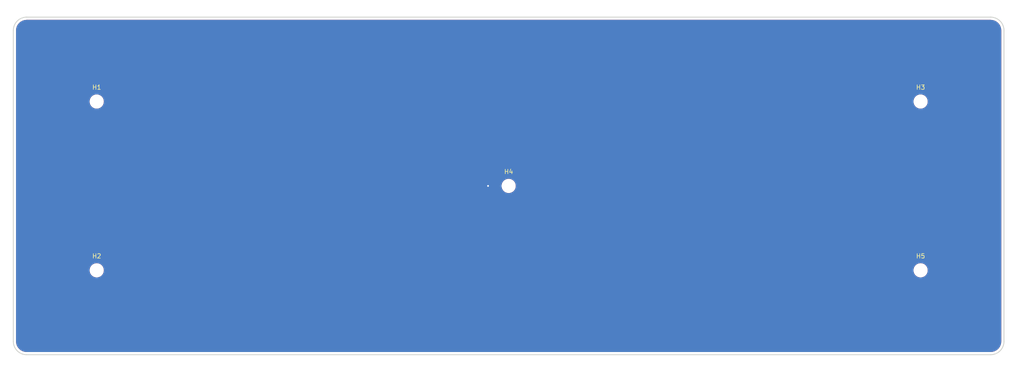
<source format=kicad_pcb>
(kicad_pcb (version 20171130) (host pcbnew 5.1.9)

  (general
    (thickness 1.6)
    (drawings 270)
    (tracks 2)
    (zones 0)
    (modules 6)
    (nets 2)
  )

  (page A4)
  (layers
    (0 F.Cu signal)
    (31 B.Cu signal)
    (32 B.Adhes user)
    (33 F.Adhes user)
    (34 B.Paste user)
    (35 F.Paste user)
    (36 B.SilkS user)
    (37 F.SilkS user)
    (38 B.Mask user)
    (39 F.Mask user)
    (40 Dwgs.User user)
    (41 Cmts.User user)
    (42 Eco1.User user)
    (43 Eco2.User user)
    (44 Edge.Cuts user)
    (45 Margin user)
    (46 B.CrtYd user)
    (47 F.CrtYd user)
    (48 B.Fab user)
    (49 F.Fab user)
  )

  (setup
    (last_trace_width 0.25)
    (trace_clearance 0.2)
    (zone_clearance 0.508)
    (zone_45_only no)
    (trace_min 0.2)
    (via_size 0.8)
    (via_drill 0.4)
    (via_min_size 0.4)
    (via_min_drill 0.3)
    (uvia_size 0.3)
    (uvia_drill 0.1)
    (uvias_allowed no)
    (uvia_min_size 0.2)
    (uvia_min_drill 0.1)
    (edge_width 0.05)
    (segment_width 0.2)
    (pcb_text_width 0.3)
    (pcb_text_size 1.5 1.5)
    (mod_edge_width 0.12)
    (mod_text_size 1 1)
    (mod_text_width 0.15)
    (pad_size 1.524 1.524)
    (pad_drill 0.762)
    (pad_to_mask_clearance 0)
    (aux_axis_origin 0 0)
    (grid_origin 56.0742 56.9278)
    (visible_elements FFFFFF7F)
    (pcbplotparams
      (layerselection 0x010f0_ffffffff)
      (usegerberextensions false)
      (usegerberattributes false)
      (usegerberadvancedattributes false)
      (creategerberjobfile false)
      (excludeedgelayer true)
      (linewidth 0.100000)
      (plotframeref false)
      (viasonmask false)
      (mode 1)
      (useauxorigin false)
      (hpglpennumber 1)
      (hpglpenspeed 20)
      (hpglpendiameter 15.000000)
      (psnegative false)
      (psa4output false)
      (plotreference true)
      (plotvalue false)
      (plotinvisibletext false)
      (padsonsilk true)
      (subtractmaskfromsilk false)
      (outputformat 1)
      (mirror false)
      (drillshape 0)
      (scaleselection 1)
      (outputdirectory "./gerbers"))
  )

  (net 0 "")
  (net 1 GND)

  (net_class Default "This is the default net class."
    (clearance 0.2)
    (trace_width 0.25)
    (via_dia 0.8)
    (via_drill 0.4)
    (uvia_dia 0.3)
    (uvia_drill 0.1)
    (add_net GND)
  )

  (module Resistor_SMD:R_0201_0603Metric (layer F.Cu) (tedit 5F68FEEE) (tstamp 605968E4)
    (at 153.4617 85.4278)
    (descr "Resistor SMD 0201 (0603 Metric), square (rectangular) end terminal, IPC_7351 nominal, (Body size source: https://www.vishay.com/docs/20052/crcw0201e3.pdf), generated with kicad-footprint-generator")
    (tags resistor)
    (path /60554895)
    (attr smd)
    (fp_text reference " " (at 0 -1.05) (layer F.SilkS)
      (effects (font (size 1 1) (thickness 0.15)))
    )
    (fp_text value R (at 0 1.05) (layer F.Fab)
      (effects (font (size 1 1) (thickness 0.15)))
    )
    (fp_line (start 0.7 0.35) (end -0.7 0.35) (layer F.CrtYd) (width 0.05))
    (fp_line (start 0.7 -0.35) (end 0.7 0.35) (layer F.CrtYd) (width 0.05))
    (fp_line (start -0.7 -0.35) (end 0.7 -0.35) (layer F.CrtYd) (width 0.05))
    (fp_line (start -0.7 0.35) (end -0.7 -0.35) (layer F.CrtYd) (width 0.05))
    (fp_line (start 0.3 0.15) (end -0.3 0.15) (layer F.Fab) (width 0.1))
    (fp_line (start 0.3 -0.15) (end 0.3 0.15) (layer F.Fab) (width 0.1))
    (fp_line (start -0.3 -0.15) (end 0.3 -0.15) (layer F.Fab) (width 0.1))
    (fp_line (start -0.3 0.15) (end -0.3 -0.15) (layer F.Fab) (width 0.1))
    (fp_text user %R (at 0 -0.68) (layer F.Fab)
      (effects (font (size 0.25 0.25) (thickness 0.04)))
    )
    (pad 2 smd roundrect (at 0.32 0) (size 0.46 0.4) (layers F.Cu F.Mask) (roundrect_rratio 0.25)
      (net 1 GND))
    (pad 1 smd roundrect (at -0.32 0) (size 0.46 0.4) (layers F.Cu F.Mask) (roundrect_rratio 0.25)
      (net 1 GND))
    (pad "" smd roundrect (at 0.345 0) (size 0.318 0.36) (layers F.Paste) (roundrect_rratio 0.25))
    (pad "" smd roundrect (at -0.345 0) (size 0.318 0.36) (layers F.Paste) (roundrect_rratio 0.25))
    (model ${KISYS3DMOD}/Resistor_SMD.3dshapes/R_0201_0603Metric.wrl
      (at (xyz 0 0 0))
      (scale (xyz 1 1 1))
      (rotate (xyz 0 0 0))
    )
  )

  (module MountingHole:MountingHole_2.2mm_M2 (layer F.Cu) (tedit 56D1B4CB) (tstamp 605968D3)
    (at 250.8492 104.4278)
    (descr "Mounting Hole 2.2mm, no annular, M2")
    (tags "mounting hole 2.2mm no annular m2")
    (path /60556879)
    (attr virtual)
    (fp_text reference H5 (at 0 -3.2) (layer F.SilkS)
      (effects (font (size 1 1) (thickness 0.15)))
    )
    (fp_text value MountingHole (at 0 3.2) (layer F.Fab)
      (effects (font (size 1 1) (thickness 0.15)))
    )
    (fp_circle (center 0 0) (end 2.45 0) (layer F.CrtYd) (width 0.05))
    (fp_circle (center 0 0) (end 2.2 0) (layer Cmts.User) (width 0.15))
    (fp_text user %R (at 0.3 0) (layer F.Fab)
      (effects (font (size 1 1) (thickness 0.15)))
    )
    (pad 1 np_thru_hole circle (at 0 0) (size 2.2 2.2) (drill 2.2) (layers *.Cu *.Mask))
  )

  (module MountingHole:MountingHole_2.2mm_M2 (layer F.Cu) (tedit 56D1B4CB) (tstamp 605968CB)
    (at 158.0992 85.4278)
    (descr "Mounting Hole 2.2mm, no annular, M2")
    (tags "mounting hole 2.2mm no annular m2")
    (path /605566D1)
    (attr virtual)
    (fp_text reference H4 (at 0 -3.2) (layer F.SilkS)
      (effects (font (size 1 1) (thickness 0.15)))
    )
    (fp_text value MountingHole (at 0 3.2) (layer F.Fab)
      (effects (font (size 1 1) (thickness 0.15)))
    )
    (fp_circle (center 0 0) (end 2.45 0) (layer F.CrtYd) (width 0.05))
    (fp_circle (center 0 0) (end 2.2 0) (layer Cmts.User) (width 0.15))
    (fp_text user %R (at 0.3 0) (layer F.Fab)
      (effects (font (size 1 1) (thickness 0.15)))
    )
    (pad 1 np_thru_hole circle (at 0 0) (size 2.2 2.2) (drill 2.2) (layers *.Cu *.Mask))
  )

  (module MountingHole:MountingHole_2.2mm_M2 (layer F.Cu) (tedit 56D1B4CB) (tstamp 605968C3)
    (at 250.8492 66.4278)
    (descr "Mounting Hole 2.2mm, no annular, M2")
    (tags "mounting hole 2.2mm no annular m2")
    (path /60556033)
    (attr virtual)
    (fp_text reference H3 (at 0 -3.2) (layer F.SilkS)
      (effects (font (size 1 1) (thickness 0.15)))
    )
    (fp_text value MountingHole (at 0 3.2) (layer F.Fab)
      (effects (font (size 1 1) (thickness 0.15)))
    )
    (fp_circle (center 0 0) (end 2.45 0) (layer F.CrtYd) (width 0.05))
    (fp_circle (center 0 0) (end 2.2 0) (layer Cmts.User) (width 0.15))
    (fp_text user %R (at 0.3 0) (layer F.Fab)
      (effects (font (size 1 1) (thickness 0.15)))
    )
    (pad 1 np_thru_hole circle (at 0 0) (size 2.2 2.2) (drill 2.2) (layers *.Cu *.Mask))
  )

  (module MountingHole:MountingHole_2.2mm_M2 (layer F.Cu) (tedit 56D1B4CB) (tstamp 605968BB)
    (at 65.3492 104.4278)
    (descr "Mounting Hole 2.2mm, no annular, M2")
    (tags "mounting hole 2.2mm no annular m2")
    (path /6055657D)
    (attr virtual)
    (fp_text reference H2 (at 0 -3.2) (layer F.SilkS)
      (effects (font (size 1 1) (thickness 0.15)))
    )
    (fp_text value MountingHole (at 0 3.2) (layer F.Fab)
      (effects (font (size 1 1) (thickness 0.15)))
    )
    (fp_circle (center 0 0) (end 2.45 0) (layer F.CrtYd) (width 0.05))
    (fp_circle (center 0 0) (end 2.2 0) (layer Cmts.User) (width 0.15))
    (fp_text user %R (at 0.3 0) (layer F.Fab)
      (effects (font (size 1 1) (thickness 0.15)))
    )
    (pad 1 np_thru_hole circle (at 0 0) (size 2.2 2.2) (drill 2.2) (layers *.Cu *.Mask))
  )

  (module MountingHole:MountingHole_2.2mm_M2 (layer F.Cu) (tedit 56D1B4CB) (tstamp 605968B3)
    (at 65.3492 66.4278)
    (descr "Mounting Hole 2.2mm, no annular, M2")
    (tags "mounting hole 2.2mm no annular m2")
    (path /605564A0)
    (attr virtual)
    (fp_text reference H1 (at 0 -3.2) (layer F.SilkS)
      (effects (font (size 1 1) (thickness 0.15)))
    )
    (fp_text value MountingHole (at 0 3.2) (layer F.Fab)
      (effects (font (size 1 1) (thickness 0.15)))
    )
    (fp_circle (center 0 0) (end 2.45 0) (layer F.CrtYd) (width 0.05))
    (fp_circle (center 0 0) (end 2.2 0) (layer Cmts.User) (width 0.15))
    (fp_text user %R (at 0.3 0) (layer F.Fab)
      (effects (font (size 1 1) (thickness 0.15)))
    )
    (pad 1 np_thru_hole circle (at 0 0) (size 2.2 2.2) (drill 2.2) (layers *.Cu *.Mask))
  )

  (gr_line (start 137.2742 82.927801) (end 137.2742 68.927801) (layer Dwgs.User) (width 0.2))
  (gr_line (start 144.2992 106.927801) (end 141.8242 106.927801) (layer Dwgs.User) (width 0.2))
  (gr_line (start 104.7242 49.927801) (end 104.7242 63.927801) (layer Dwgs.User) (width 0.2))
  (gr_line (start 123.2742 120.927801) (end 137.2742 120.927801) (layer Dwgs.User) (width 0.2))
  (gr_line (start 86.1742 87.927801) (end 86.1742 101.927801) (layer Dwgs.User) (width 0.2))
  (gr_line (start 46.574201 120.427801) (end 46.574201 50.427801) (layer Edge.Cuts) (width 0.2))
  (gr_line (start 49.5742 123.427801) (end 266.6242 123.427801) (layer Edge.Cuts) (width 0.2))
  (gr_line (start 178.9242 82.927801) (end 192.9242 82.927801) (layer Dwgs.User) (width 0.2))
  (gr_line (start 171.8992 105.477801) (end 168.2992 105.477801) (layer Dwgs.User) (width 0.2))
  (gr_line (start 197.4742 49.927801) (end 197.4742 63.927801) (layer Dwgs.User) (width 0.2))
  (gr_line (start 63.074199 68.927801) (end 49.0742 68.927801) (layer Dwgs.User) (width 0.2))
  (gr_line (start 160.3742 68.927801) (end 160.3742 82.927801) (layer Dwgs.User) (width 0.2))
  (gr_circle (center 111.7242 113.9278) (end 113.7242 113.9278) (layer Dwgs.User) (width 0.2))
  (gr_line (start 216.0242 63.927801) (end 230.0242 63.927801) (layer Dwgs.User) (width 0.2))
  (gr_line (start 141.8242 82.927801) (end 155.8242 82.927801) (layer Dwgs.User) (width 0.2))
  (gr_line (start 104.7242 106.927801) (end 104.7242 120.927801) (layer Dwgs.User) (width 0.2))
  (gr_line (start 81.6242 82.927801) (end 81.6242 68.927801) (layer Dwgs.User) (width 0.2))
  (gr_circle (center 241.5742 94.9278) (end 243.5742 94.9278) (layer Dwgs.User) (width 0.2))
  (gr_circle (center 260.1242 56.9278) (end 262.1242 56.9278) (layer Dwgs.User) (width 0.2))
  (gr_circle (center 241.5742 56.9278) (end 243.5742 56.9278) (layer Dwgs.User) (width 0.2))
  (gr_line (start 253.1242 68.927801) (end 253.1242 82.927801) (layer Dwgs.User) (width 0.2))
  (gr_circle (center 241.5742 113.9278) (end 243.5742 113.9278) (layer Dwgs.User) (width 0.2))
  (gr_line (start 123.2742 101.927801) (end 137.2742 101.927801) (layer Dwgs.User) (width 0.2))
  (gr_line (start 192.9242 63.927801) (end 192.9242 49.927801) (layer Dwgs.User) (width 0.2))
  (gr_line (start 267.1242 68.927801) (end 253.1242 68.927801) (layer Dwgs.User) (width 0.2))
  (gr_line (start 81.6242 49.927801) (end 67.6242 49.927801) (layer Dwgs.User) (width 0.2))
  (gr_line (start 63.074199 63.927801) (end 63.074199 49.927801) (layer Dwgs.User) (width 0.2))
  (gr_circle (center 148.8242 113.9278) (end 150.8242 113.9278) (layer Dwgs.User) (width 0.2))
  (gr_circle (center 241.5742 75.9278) (end 243.5742 75.9278) (layer Dwgs.User) (width 0.2))
  (gr_line (start 100.1742 101.927801) (end 100.1742 87.927801) (layer Dwgs.User) (width 0.2))
  (gr_line (start 137.2742 106.927801) (end 123.2742 106.927801) (layer Dwgs.User) (width 0.2))
  (gr_line (start 118.7242 87.927801) (end 104.7242 87.927801) (layer Dwgs.User) (width 0.2))
  (gr_line (start 174.3742 49.927801) (end 160.3742 49.927801) (layer Dwgs.User) (width 0.2))
  (gr_line (start 137.2742 120.927801) (end 137.2742 106.927801) (layer Dwgs.User) (width 0.2))
  (gr_line (start 248.5742 101.927801) (end 248.5742 87.927801) (layer Dwgs.User) (width 0.2))
  (gr_line (start 216.0242 120.927801) (end 230.0242 120.927801) (layer Dwgs.User) (width 0.2))
  (gr_circle (center 185.9242 75.9278) (end 187.9242 75.9278) (layer Dwgs.User) (width 0.2))
  (gr_arc (start 49.5742 50.427801) (end 49.5742 47.427801) (angle -90) (layer Edge.Cuts) (width 0.2))
  (gr_line (start 49.5742 47.427801) (end 266.6242 47.427801) (layer Edge.Cuts) (width 0.2))
  (gr_circle (center 130.2742 94.9278) (end 132.2742 94.9278) (layer Dwgs.User) (width 0.2))
  (gr_line (start 230.0242 101.927801) (end 230.0242 87.927801) (layer Dwgs.User) (width 0.2))
  (gr_circle (center 223.0242 113.9278) (end 225.0242 113.9278) (layer Dwgs.User) (width 0.2))
  (gr_line (start 118.7242 82.927801) (end 118.7242 68.927801) (layer Dwgs.User) (width 0.2))
  (gr_line (start 151.0992 120.927801) (end 165.0992 120.927801) (layer Dwgs.User) (width 0.2))
  (gr_circle (center 204.4742 94.9278) (end 206.4742 94.9278) (layer Dwgs.User) (width 0.2))
  (gr_line (start 248.5742 63.927801) (end 248.5742 49.927801) (layer Dwgs.User) (width 0.2))
  (gr_line (start 81.6242 63.927801) (end 81.6242 49.927801) (layer Dwgs.User) (width 0.2))
  (gr_circle (center 223.0242 75.9278) (end 225.0242 75.9278) (layer Dwgs.User) (width 0.2))
  (gr_line (start 144.2992 105.477801) (end 144.2992 110.127801) (layer Dwgs.User) (width 0.2))
  (gr_line (start 178.9242 68.927801) (end 178.9242 82.927801) (layer Dwgs.User) (width 0.2))
  (gr_line (start 155.8242 63.927801) (end 155.8242 49.927801) (layer Dwgs.User) (width 0.2))
  (gr_line (start 149.2492 110.127801) (end 147.8992 110.127801) (layer Dwgs.User) (width 0.2))
  (gr_circle (center 260.1242 75.9278) (end 262.1242 75.9278) (layer Dwgs.User) (width 0.2))
  (gr_circle (center 56.0742 94.9278) (end 58.0742 94.9278) (layer Dwgs.User) (width 0.2))
  (gr_line (start 234.5742 87.927801) (end 234.5742 101.927801) (layer Dwgs.User) (width 0.2))
  (gr_line (start 118.7242 63.927801) (end 118.7242 49.927801) (layer Dwgs.User) (width 0.2))
  (gr_line (start 234.5742 68.927801) (end 234.5742 82.927801) (layer Dwgs.User) (width 0.2))
  (gr_line (start 192.9242 87.927801) (end 178.9242 87.927801) (layer Dwgs.User) (width 0.2))
  (gr_line (start 230.0242 68.927801) (end 216.0242 68.927801) (layer Dwgs.User) (width 0.2))
  (gr_circle (center 74.624199 56.9278) (end 76.624199 56.9278) (layer Dwgs.User) (width 0.2))
  (gr_circle (center 93.1742 56.9278) (end 95.1742 56.9278) (layer Dwgs.User) (width 0.2))
  (gr_line (start 197.4742 63.927801) (end 211.4742 63.927801) (layer Dwgs.User) (width 0.2))
  (gr_line (start 63.074199 49.927801) (end 49.0742 49.927801) (layer Dwgs.User) (width 0.2))
  (gr_line (start 86.1742 68.927801) (end 86.1742 82.927801) (layer Dwgs.User) (width 0.2))
  (gr_line (start 81.6242 68.927801) (end 67.6242 68.927801) (layer Dwgs.User) (width 0.2))
  (gr_circle (center 74.624199 75.9278) (end 76.624199 75.9278) (layer Dwgs.User) (width 0.2))
  (gr_circle (center 93.1742 75.9278) (end 95.1742 75.9278) (layer Dwgs.User) (width 0.2))
  (gr_circle (center 185.9242 94.9278) (end 187.9242 94.9278) (layer Dwgs.User) (width 0.2))
  (gr_circle (center 260.1242 94.9278) (end 262.1242 94.9278) (layer Dwgs.User) (width 0.2))
  (gr_line (start 104.7242 82.927801) (end 118.7242 82.927801) (layer Dwgs.User) (width 0.2))
  (gr_line (start 81.6242 87.927801) (end 67.6242 87.927801) (layer Dwgs.User) (width 0.2))
  (gr_line (start 67.6242 120.927801) (end 81.6242 120.927801) (layer Dwgs.User) (width 0.2))
  (gr_line (start 104.7242 101.927801) (end 118.7242 101.927801) (layer Dwgs.User) (width 0.2))
  (gr_line (start 174.3742 106.927801) (end 171.8992 106.927801) (layer Dwgs.User) (width 0.2))
  (gr_line (start 178.9242 49.927801) (end 178.9242 63.927801) (layer Dwgs.User) (width 0.2))
  (gr_line (start 141.8242 63.927801) (end 155.8242 63.927801) (layer Dwgs.User) (width 0.2))
  (gr_line (start 100.1742 49.927801) (end 86.1742 49.927801) (layer Dwgs.User) (width 0.2))
  (gr_line (start 168.2992 106.927801) (end 147.8992 106.927801) (layer Dwgs.User) (width 0.2))
  (gr_line (start 197.4742 106.927801) (end 197.4742 120.927801) (layer Dwgs.User) (width 0.2))
  (gr_line (start 104.7242 87.927801) (end 104.7242 101.927801) (layer Dwgs.User) (width 0.2))
  (gr_line (start 118.7242 68.927801) (end 104.7242 68.927801) (layer Dwgs.User) (width 0.2))
  (gr_circle (center 167.3742 94.9278) (end 169.3742 94.9278) (layer Dwgs.User) (width 0.2))
  (gr_circle (center 204.4742 75.9278) (end 206.4742 75.9278) (layer Dwgs.User) (width 0.2))
  (gr_line (start 253.1242 87.927801) (end 253.1242 101.927801) (layer Dwgs.User) (width 0.2))
  (gr_line (start 100.1742 82.927801) (end 100.1742 68.927801) (layer Dwgs.User) (width 0.2))
  (gr_circle (center 130.2742 113.9278) (end 132.2742 113.9278) (layer Dwgs.User) (width 0.2))
  (gr_line (start 86.1742 82.927801) (end 100.1742 82.927801) (layer Dwgs.User) (width 0.2))
  (gr_line (start 160.3742 49.927801) (end 160.3742 63.927801) (layer Dwgs.User) (width 0.2))
  (gr_line (start 216.0242 68.927801) (end 216.0242 82.927801) (layer Dwgs.User) (width 0.2))
  (gr_circle (center 185.9242 56.9278) (end 187.9242 56.9278) (layer Dwgs.User) (width 0.2))
  (gr_circle (center 148.8242 56.9278) (end 150.8242 56.9278) (layer Dwgs.User) (width 0.2))
  (gr_line (start 192.9242 82.927801) (end 192.9242 68.927801) (layer Dwgs.User) (width 0.2))
  (gr_line (start 63.074199 82.927801) (end 63.074199 68.927801) (layer Dwgs.User) (width 0.2))
  (gr_line (start 123.2742 87.927801) (end 123.2742 101.927801) (layer Dwgs.User) (width 0.2))
  (gr_line (start 216.0242 49.927801) (end 216.0242 63.927801) (layer Dwgs.User) (width 0.2))
  (gr_line (start 123.2742 68.927801) (end 123.2742 82.927801) (layer Dwgs.User) (width 0.2))
  (gr_circle (center 185.9242 113.9278) (end 187.9242 113.9278) (layer Dwgs.User) (width 0.2))
  (gr_circle (center 223.0242 94.9278) (end 225.0242 94.9278) (layer Dwgs.User) (width 0.2))
  (gr_line (start 147.8992 110.127801) (end 147.8992 105.477801) (layer Dwgs.User) (width 0.2))
  (gr_line (start 211.4742 106.927801) (end 197.4742 106.927801) (layer Dwgs.User) (width 0.2))
  (gr_circle (center 158.0992 113.9278) (end 160.0992 113.9278) (layer Dwgs.User) (width 0.2))
  (gr_line (start 174.3742 82.927801) (end 174.3742 68.927801) (layer Dwgs.User) (width 0.2))
  (gr_line (start 192.9242 106.927801) (end 178.9242 106.927801) (layer Dwgs.User) (width 0.2))
  (gr_line (start 67.6242 68.927801) (end 67.6242 82.927801) (layer Dwgs.User) (width 0.2))
  (gr_line (start 63.074199 106.927801) (end 49.0742 106.927801) (layer Dwgs.User) (width 0.2))
  (gr_circle (center 65.3492 104.4278) (end 67.3492 104.4278) (layer Dwgs.User) (width 0.2))
  (gr_circle (center 148.8242 75.9278) (end 150.8242 75.9278) (layer Dwgs.User) (width 0.2))
  (gr_line (start 86.1742 49.927801) (end 86.1742 63.927801) (layer Dwgs.User) (width 0.2))
  (gr_line (start 267.1242 106.927801) (end 253.1242 106.927801) (layer Dwgs.User) (width 0.2))
  (gr_line (start 49.0742 120.927801) (end 63.074199 120.927801) (layer Dwgs.User) (width 0.2))
  (gr_line (start 67.6242 87.927801) (end 67.6242 101.927801) (layer Dwgs.User) (width 0.2))
  (gr_line (start 168.2992 110.127801) (end 166.9492 110.127801) (layer Dwgs.User) (width 0.2))
  (gr_line (start 166.9492 116.977801) (end 173.2492 116.977801) (layer Dwgs.User) (width 0.2))
  (gr_line (start 168.2992 105.477801) (end 168.2992 110.127801) (layer Dwgs.User) (width 0.2))
  (gr_circle (center 167.3742 75.9278) (end 169.3742 75.9278) (layer Dwgs.User) (width 0.2))
  (gr_line (start 234.5742 101.927801) (end 248.5742 101.927801) (layer Dwgs.User) (width 0.2))
  (gr_line (start 144.2992 110.127801) (end 142.9492 110.127801) (layer Dwgs.User) (width 0.2))
  (gr_line (start 253.1242 63.927801) (end 267.1242 63.927801) (layer Dwgs.User) (width 0.2))
  (gr_line (start 49.0742 106.927801) (end 49.0742 120.927801) (layer Dwgs.User) (width 0.2))
  (gr_line (start 211.4742 120.927801) (end 211.4742 106.927801) (layer Dwgs.User) (width 0.2))
  (gr_line (start 248.5742 120.927801) (end 248.5742 106.927801) (layer Dwgs.User) (width 0.2))
  (gr_circle (center 111.7242 56.9278) (end 113.7242 56.9278) (layer Dwgs.User) (width 0.2))
  (gr_circle (center 130.2742 56.9278) (end 132.2742 56.9278) (layer Dwgs.User) (width 0.2))
  (gr_line (start 141.8242 87.927801) (end 141.8242 101.927801) (layer Dwgs.User) (width 0.2))
  (gr_line (start 216.0242 82.927801) (end 230.0242 82.927801) (layer Dwgs.User) (width 0.2))
  (gr_line (start 142.9492 110.127801) (end 142.9492 116.977801) (layer Dwgs.User) (width 0.2))
  (gr_line (start 49.0742 101.927801) (end 63.074199 101.927801) (layer Dwgs.User) (width 0.2))
  (gr_line (start 118.7242 120.927801) (end 118.7242 106.927801) (layer Dwgs.User) (width 0.2))
  (gr_line (start 118.7242 106.927801) (end 104.7242 106.927801) (layer Dwgs.User) (width 0.2))
  (gr_circle (center 74.624199 94.9278) (end 76.624199 94.9278) (layer Dwgs.User) (width 0.2))
  (gr_line (start 197.4742 87.927801) (end 197.4742 101.927801) (layer Dwgs.User) (width 0.2))
  (gr_circle (center 167.3742 56.9278) (end 169.3742 56.9278) (layer Dwgs.User) (width 0.2))
  (gr_circle (center 56.0742 75.9278) (end 58.0742 75.9278) (layer Dwgs.User) (width 0.2))
  (gr_line (start 197.4742 120.927801) (end 211.4742 120.927801) (layer Dwgs.User) (width 0.2))
  (gr_line (start 192.9242 120.927801) (end 192.9242 106.927801) (layer Dwgs.User) (width 0.2))
  (gr_line (start 141.8242 68.927801) (end 141.8242 82.927801) (layer Dwgs.User) (width 0.2))
  (gr_line (start 123.2742 82.927801) (end 137.2742 82.927801) (layer Dwgs.User) (width 0.2))
  (gr_line (start 267.1242 101.927801) (end 267.1242 87.927801) (layer Dwgs.User) (width 0.2))
  (gr_line (start 197.4742 82.927801) (end 211.4742 82.927801) (layer Dwgs.User) (width 0.2))
  (gr_line (start 67.6242 82.927801) (end 81.6242 82.927801) (layer Dwgs.User) (width 0.2))
  (gr_line (start 155.8242 82.927801) (end 155.8242 68.927801) (layer Dwgs.User) (width 0.2))
  (gr_line (start 63.074199 101.927801) (end 63.074199 87.927801) (layer Dwgs.User) (width 0.2))
  (gr_line (start 178.9242 87.927801) (end 178.9242 101.927801) (layer Dwgs.User) (width 0.2))
  (gr_line (start 104.7242 120.927801) (end 118.7242 120.927801) (layer Dwgs.User) (width 0.2))
  (gr_line (start 192.9242 49.927801) (end 178.9242 49.927801) (layer Dwgs.User) (width 0.2))
  (gr_line (start 63.074199 87.927801) (end 49.0742 87.927801) (layer Dwgs.User) (width 0.2))
  (gr_arc (start 266.6242 50.427801) (end 269.6242 50.427801) (angle -90) (layer Edge.Cuts) (width 0.2))
  (gr_line (start 269.6242 50.427801) (end 269.6242 120.427801) (layer Edge.Cuts) (width 0.2))
  (gr_line (start 160.3742 101.927801) (end 174.3742 101.927801) (layer Dwgs.User) (width 0.2))
  (gr_line (start 248.5742 106.927801) (end 234.5742 106.927801) (layer Dwgs.User) (width 0.2))
  (gr_line (start 173.2492 110.127801) (end 171.8992 110.127801) (layer Dwgs.User) (width 0.2))
  (gr_line (start 267.1242 87.927801) (end 253.1242 87.927801) (layer Dwgs.User) (width 0.2))
  (gr_line (start 267.1242 63.927801) (end 267.1242 49.927801) (layer Dwgs.User) (width 0.2))
  (gr_line (start 267.1242 82.927801) (end 267.1242 68.927801) (layer Dwgs.User) (width 0.2))
  (gr_line (start 49.0742 87.927801) (end 49.0742 101.927801) (layer Dwgs.User) (width 0.2))
  (gr_line (start 100.1742 63.927801) (end 100.1742 49.927801) (layer Dwgs.User) (width 0.2))
  (gr_line (start 137.2742 63.927801) (end 137.2742 49.927801) (layer Dwgs.User) (width 0.2))
  (gr_line (start 137.2742 101.927801) (end 137.2742 87.927801) (layer Dwgs.User) (width 0.2))
  (gr_line (start 67.6242 49.927801) (end 67.6242 63.927801) (layer Dwgs.User) (width 0.2))
  (gr_line (start 178.9242 120.927801) (end 192.9242 120.927801) (layer Dwgs.User) (width 0.2))
  (gr_line (start 248.5742 82.927801) (end 248.5742 68.927801) (layer Dwgs.User) (width 0.2))
  (gr_circle (center 111.7242 75.9278) (end 113.7242 75.9278) (layer Dwgs.User) (width 0.2))
  (gr_circle (center 130.2742 75.9278) (end 132.2742 75.9278) (layer Dwgs.User) (width 0.2))
  (gr_line (start 104.7242 63.927801) (end 118.7242 63.927801) (layer Dwgs.User) (width 0.2))
  (gr_line (start 67.6242 106.927801) (end 67.6242 120.927801) (layer Dwgs.User) (width 0.2))
  (gr_line (start 174.3742 101.927801) (end 174.3742 87.927801) (layer Dwgs.User) (width 0.2))
  (gr_line (start 253.1242 101.927801) (end 267.1242 101.927801) (layer Dwgs.User) (width 0.2))
  (gr_line (start 173.2492 116.977801) (end 173.2492 110.127801) (layer Dwgs.User) (width 0.2))
  (gr_line (start 86.1742 63.927801) (end 100.1742 63.927801) (layer Dwgs.User) (width 0.2))
  (gr_line (start 234.5742 82.927801) (end 248.5742 82.927801) (layer Dwgs.User) (width 0.2))
  (gr_line (start 118.7242 49.927801) (end 104.7242 49.927801) (layer Dwgs.User) (width 0.2))
  (gr_line (start 192.9242 68.927801) (end 178.9242 68.927801) (layer Dwgs.User) (width 0.2))
  (gr_line (start 230.0242 120.927801) (end 230.0242 106.927801) (layer Dwgs.User) (width 0.2))
  (gr_line (start 211.4742 68.927801) (end 197.4742 68.927801) (layer Dwgs.User) (width 0.2))
  (gr_line (start 174.3742 120.927801) (end 174.3742 106.927801) (layer Dwgs.User) (width 0.2))
  (gr_line (start 49.0742 68.927801) (end 49.0742 82.927801) (layer Dwgs.User) (width 0.2))
  (gr_line (start 253.1242 120.927801) (end 267.1242 120.927801) (layer Dwgs.User) (width 0.2))
  (gr_line (start 253.1242 49.927801) (end 253.1242 63.927801) (layer Dwgs.User) (width 0.2))
  (gr_line (start 211.4742 63.927801) (end 211.4742 49.927801) (layer Dwgs.User) (width 0.2))
  (gr_circle (center 111.7242 94.9278) (end 113.7242 94.9278) (layer Dwgs.User) (width 0.2))
  (gr_line (start 230.0242 106.927801) (end 216.0242 106.927801) (layer Dwgs.User) (width 0.2))
  (gr_line (start 216.0242 106.927801) (end 216.0242 120.927801) (layer Dwgs.User) (width 0.2))
  (gr_line (start 49.0742 63.927801) (end 63.074199 63.927801) (layer Dwgs.User) (width 0.2))
  (gr_line (start 142.9492 116.977801) (end 149.2492 116.977801) (layer Dwgs.User) (width 0.2))
  (gr_line (start 49.0742 82.927801) (end 63.074199 82.927801) (layer Dwgs.User) (width 0.2))
  (gr_line (start 230.0242 63.927801) (end 230.0242 49.927801) (layer Dwgs.User) (width 0.2))
  (gr_line (start 248.5742 68.927801) (end 234.5742 68.927801) (layer Dwgs.User) (width 0.2))
  (gr_line (start 141.8242 120.927801) (end 155.8242 120.927801) (layer Dwgs.User) (width 0.2))
  (gr_line (start 141.8242 106.927801) (end 141.8242 120.927801) (layer Dwgs.User) (width 0.2))
  (gr_line (start 267.1242 49.927801) (end 253.1242 49.927801) (layer Dwgs.User) (width 0.2))
  (gr_line (start 197.4742 68.927801) (end 197.4742 82.927801) (layer Dwgs.User) (width 0.2))
  (gr_line (start 141.8242 49.927801) (end 141.8242 63.927801) (layer Dwgs.User) (width 0.2))
  (gr_line (start 234.5742 120.927801) (end 248.5742 120.927801) (layer Dwgs.User) (width 0.2))
  (gr_line (start 137.2742 49.927801) (end 123.2742 49.927801) (layer Dwgs.User) (width 0.2))
  (gr_line (start 160.3742 82.927801) (end 174.3742 82.927801) (layer Dwgs.User) (width 0.2))
  (gr_circle (center 167.3742 113.9278) (end 169.3742 113.9278) (layer Dwgs.User) (width 0.2))
  (gr_line (start 100.1742 87.927801) (end 86.1742 87.927801) (layer Dwgs.User) (width 0.2))
  (gr_line (start 171.8992 110.127801) (end 171.8992 105.477801) (layer Dwgs.User) (width 0.2))
  (gr_line (start 104.7242 68.927801) (end 104.7242 82.927801) (layer Dwgs.User) (width 0.2))
  (gr_line (start 155.8242 49.927801) (end 141.8242 49.927801) (layer Dwgs.User) (width 0.2))
  (gr_line (start 123.2742 49.927801) (end 123.2742 63.927801) (layer Dwgs.User) (width 0.2))
  (gr_circle (center 158.0992 85.4278) (end 160.0992 85.4278) (layer Dwgs.User) (width 0.2))
  (gr_circle (center 65.3492 66.4278) (end 67.3492 66.4278) (layer Dwgs.User) (width 0.2))
  (gr_line (start 86.1742 106.927801) (end 86.1742 120.927801) (layer Dwgs.User) (width 0.2))
  (gr_line (start 86.1742 101.927801) (end 100.1742 101.927801) (layer Dwgs.User) (width 0.2))
  (gr_line (start 67.6242 101.927801) (end 81.6242 101.927801) (layer Dwgs.User) (width 0.2))
  (gr_line (start 234.5742 49.927801) (end 234.5742 63.927801) (layer Dwgs.User) (width 0.2))
  (gr_line (start 178.9242 101.927801) (end 192.9242 101.927801) (layer Dwgs.User) (width 0.2))
  (gr_line (start 63.074199 120.927801) (end 63.074199 106.927801) (layer Dwgs.User) (width 0.2))
  (gr_line (start 160.3742 120.927801) (end 174.3742 120.927801) (layer Dwgs.User) (width 0.2))
  (gr_line (start 216.0242 87.927801) (end 216.0242 101.927801) (layer Dwgs.User) (width 0.2))
  (gr_line (start 166.9492 110.127801) (end 166.9492 116.977801) (layer Dwgs.User) (width 0.2))
  (gr_line (start 160.3742 87.927801) (end 160.3742 101.927801) (layer Dwgs.User) (width 0.2))
  (gr_line (start 81.6242 101.927801) (end 81.6242 87.927801) (layer Dwgs.User) (width 0.2))
  (gr_line (start 248.5742 49.927801) (end 234.5742 49.927801) (layer Dwgs.User) (width 0.2))
  (gr_line (start 123.2742 106.927801) (end 123.2742 120.927801) (layer Dwgs.User) (width 0.2))
  (gr_line (start 155.8242 101.927801) (end 155.8242 87.927801) (layer Dwgs.User) (width 0.2))
  (gr_line (start 137.2742 87.927801) (end 123.2742 87.927801) (layer Dwgs.User) (width 0.2))
  (gr_line (start 81.6242 120.927801) (end 81.6242 106.927801) (layer Dwgs.User) (width 0.2))
  (gr_line (start 49.0742 49.927801) (end 49.0742 63.927801) (layer Dwgs.User) (width 0.2))
  (gr_line (start 67.6242 63.927801) (end 81.6242 63.927801) (layer Dwgs.User) (width 0.2))
  (gr_arc (start 49.5742 120.427801) (end 46.5742 120.427801) (angle -90) (layer Edge.Cuts) (width 0.2))
  (gr_line (start 178.9242 106.927801) (end 178.9242 120.927801) (layer Dwgs.User) (width 0.2))
  (gr_line (start 81.6242 106.927801) (end 67.6242 106.927801) (layer Dwgs.User) (width 0.2))
  (gr_circle (center 56.074199 113.9278) (end 58.074199 113.9278) (layer Dwgs.User) (width 0.2))
  (gr_line (start 86.1742 120.927801) (end 100.1742 120.927801) (layer Dwgs.User) (width 0.2))
  (gr_line (start 230.0242 49.927801) (end 216.0242 49.927801) (layer Dwgs.User) (width 0.2))
  (gr_line (start 174.3742 63.927801) (end 174.3742 49.927801) (layer Dwgs.User) (width 0.2))
  (gr_line (start 234.5742 106.927801) (end 234.5742 120.927801) (layer Dwgs.User) (width 0.2))
  (gr_circle (center 148.8242 94.9278) (end 150.8242 94.9278) (layer Dwgs.User) (width 0.2))
  (gr_line (start 160.3742 63.927801) (end 174.3742 63.927801) (layer Dwgs.User) (width 0.2))
  (gr_line (start 123.2742 63.927801) (end 137.2742 63.927801) (layer Dwgs.User) (width 0.2))
  (gr_line (start 174.3742 87.927801) (end 160.3742 87.927801) (layer Dwgs.User) (width 0.2))
  (gr_line (start 100.1742 68.927801) (end 86.1742 68.927801) (layer Dwgs.User) (width 0.2))
  (gr_line (start 100.1742 106.927801) (end 86.1742 106.927801) (layer Dwgs.User) (width 0.2))
  (gr_line (start 141.8242 101.927801) (end 155.8242 101.927801) (layer Dwgs.User) (width 0.2))
  (gr_line (start 211.4742 101.927801) (end 211.4742 87.927801) (layer Dwgs.User) (width 0.2))
  (gr_line (start 211.4742 87.927801) (end 197.4742 87.927801) (layer Dwgs.User) (width 0.2))
  (gr_line (start 248.5742 87.927801) (end 234.5742 87.927801) (layer Dwgs.User) (width 0.2))
  (gr_circle (center 93.1742 94.9278) (end 95.1742 94.9278) (layer Dwgs.User) (width 0.2))
  (gr_line (start 174.3742 68.927801) (end 160.3742 68.927801) (layer Dwgs.User) (width 0.2))
  (gr_line (start 155.8242 87.927801) (end 141.8242 87.927801) (layer Dwgs.User) (width 0.2))
  (gr_circle (center 223.0242 56.9278) (end 225.0242 56.9278) (layer Dwgs.User) (width 0.2))
  (gr_circle (center 204.4742 56.9278) (end 206.4742 56.9278) (layer Dwgs.User) (width 0.2))
  (gr_line (start 155.8242 68.927801) (end 141.8242 68.927801) (layer Dwgs.User) (width 0.2))
  (gr_circle (center 250.8492 104.4278) (end 252.8492 104.4278) (layer Dwgs.User) (width 0.2))
  (gr_circle (center 250.8492 66.4278) (end 252.8492 66.4278) (layer Dwgs.User) (width 0.2))
  (gr_circle (center 93.1742 113.9278) (end 95.1742 113.9278) (layer Dwgs.User) (width 0.2))
  (gr_line (start 137.2742 68.927801) (end 123.2742 68.927801) (layer Dwgs.User) (width 0.2))
  (gr_line (start 230.0242 87.927801) (end 216.0242 87.927801) (layer Dwgs.User) (width 0.2))
  (gr_circle (center 260.1242 113.9278) (end 262.1242 113.9278) (layer Dwgs.User) (width 0.2))
  (gr_line (start 211.4742 49.927801) (end 197.4742 49.927801) (layer Dwgs.User) (width 0.2))
  (gr_circle (center 204.4742 113.9278) (end 206.4742 113.9278) (layer Dwgs.User) (width 0.2))
  (gr_line (start 253.1242 106.927801) (end 253.1242 120.927801) (layer Dwgs.User) (width 0.2))
  (gr_line (start 230.0242 82.927801) (end 230.0242 68.927801) (layer Dwgs.User) (width 0.2))
  (gr_line (start 211.4742 82.927801) (end 211.4742 68.927801) (layer Dwgs.User) (width 0.2))
  (gr_line (start 149.2492 116.977801) (end 149.2492 110.127801) (layer Dwgs.User) (width 0.2))
  (gr_line (start 100.1742 120.927801) (end 100.1742 106.927801) (layer Dwgs.User) (width 0.2))
  (gr_line (start 216.0242 101.927801) (end 230.0242 101.927801) (layer Dwgs.User) (width 0.2))
  (gr_line (start 253.1242 82.927801) (end 267.1242 82.927801) (layer Dwgs.User) (width 0.2))
  (gr_line (start 267.1242 120.927801) (end 267.1242 106.927801) (layer Dwgs.User) (width 0.2))
  (gr_circle (center 74.6242 113.9278) (end 76.6242 113.9278) (layer Dwgs.User) (width 0.2))
  (gr_line (start 234.5742 63.927801) (end 248.5742 63.927801) (layer Dwgs.User) (width 0.2))
  (gr_line (start 178.9242 63.927801) (end 192.9242 63.927801) (layer Dwgs.User) (width 0.2))
  (gr_line (start 197.4742 101.927801) (end 211.4742 101.927801) (layer Dwgs.User) (width 0.2))
  (gr_line (start 118.7242 101.927801) (end 118.7242 87.927801) (layer Dwgs.User) (width 0.2))
  (gr_line (start 192.9242 101.927801) (end 192.9242 87.927801) (layer Dwgs.User) (width 0.2))
  (gr_line (start 147.8992 105.477801) (end 144.2992 105.477801) (layer Dwgs.User) (width 0.2))
  (gr_arc (start 266.6242 120.427801) (end 266.6242 123.427801) (angle -90) (layer Edge.Cuts) (width 0.2))
  (gr_circle (center 56.0742 56.9278) (end 58.0742 56.9278) (layer Dwgs.User) (width 0.2))

  (via (at 153.4617 85.4278) (size 0.8) (drill 0.4) (layers F.Cu B.Cu) (net 1))
  (segment (start 153.7817 85.4278) (end 153.4617 85.4278) (width 0.25) (layer F.Cu) (net 1))

  (zone (net 1) (net_name GND) (layer B.Cu) (tstamp 6055BA8E) (hatch edge 0.508)
    (connect_pads (clearance 0.508))
    (min_thickness 0.254)
    (fill yes (arc_segments 32) (thermal_gap 0.508) (thermal_bridge_width 0.508))
    (polygon
      (pts
        (xy 274.1332 127.078389) (xy 44.1332 127.078389) (xy 44.1332 44.578389) (xy 274.1332 44.578389)
      )
    )
    (filled_polygon
      (pts
        (xy 267.063455 48.209395) (xy 267.485981 48.336963) (xy 267.875682 48.54417) (xy 268.217713 48.823125) (xy 268.499049 49.1632)
        (xy 268.708971 49.551445) (xy 268.839485 49.973066) (xy 268.8892 50.446075) (xy 268.889201 120.391844) (xy 268.842606 120.867056)
        (xy 268.715038 121.289582) (xy 268.507831 121.679283) (xy 268.228876 122.021314) (xy 267.888801 122.30265) (xy 267.500556 122.512572)
        (xy 267.078937 122.643086) (xy 266.605926 122.692801) (xy 49.610147 122.692801) (xy 49.134945 122.646207) (xy 48.712419 122.518639)
        (xy 48.322718 122.311432) (xy 47.980687 122.032477) (xy 47.699351 121.692402) (xy 47.489429 121.304157) (xy 47.358915 120.882538)
        (xy 47.309201 120.409537) (xy 47.309201 104.256917) (xy 63.6142 104.256917) (xy 63.6142 104.598683) (xy 63.680875 104.933881)
        (xy 63.811663 105.249631) (xy 64.001537 105.533798) (xy 64.243202 105.775463) (xy 64.527369 105.965337) (xy 64.843119 106.096125)
        (xy 65.178317 106.1628) (xy 65.520083 106.1628) (xy 65.855281 106.096125) (xy 66.171031 105.965337) (xy 66.455198 105.775463)
        (xy 66.696863 105.533798) (xy 66.886737 105.249631) (xy 67.017525 104.933881) (xy 67.0842 104.598683) (xy 67.0842 104.256917)
        (xy 249.1142 104.256917) (xy 249.1142 104.598683) (xy 249.180875 104.933881) (xy 249.311663 105.249631) (xy 249.501537 105.533798)
        (xy 249.743202 105.775463) (xy 250.027369 105.965337) (xy 250.343119 106.096125) (xy 250.678317 106.1628) (xy 251.020083 106.1628)
        (xy 251.355281 106.096125) (xy 251.671031 105.965337) (xy 251.955198 105.775463) (xy 252.196863 105.533798) (xy 252.386737 105.249631)
        (xy 252.517525 104.933881) (xy 252.5842 104.598683) (xy 252.5842 104.256917) (xy 252.517525 103.921719) (xy 252.386737 103.605969)
        (xy 252.196863 103.321802) (xy 251.955198 103.080137) (xy 251.671031 102.890263) (xy 251.355281 102.759475) (xy 251.020083 102.6928)
        (xy 250.678317 102.6928) (xy 250.343119 102.759475) (xy 250.027369 102.890263) (xy 249.743202 103.080137) (xy 249.501537 103.321802)
        (xy 249.311663 103.605969) (xy 249.180875 103.921719) (xy 249.1142 104.256917) (xy 67.0842 104.256917) (xy 67.017525 103.921719)
        (xy 66.886737 103.605969) (xy 66.696863 103.321802) (xy 66.455198 103.080137) (xy 66.171031 102.890263) (xy 65.855281 102.759475)
        (xy 65.520083 102.6928) (xy 65.178317 102.6928) (xy 64.843119 102.759475) (xy 64.527369 102.890263) (xy 64.243202 103.080137)
        (xy 64.001537 103.321802) (xy 63.811663 103.605969) (xy 63.680875 103.921719) (xy 63.6142 104.256917) (xy 47.309201 104.256917)
        (xy 47.309201 85.256917) (xy 156.3642 85.256917) (xy 156.3642 85.598683) (xy 156.430875 85.933881) (xy 156.561663 86.249631)
        (xy 156.751537 86.533798) (xy 156.993202 86.775463) (xy 157.277369 86.965337) (xy 157.593119 87.096125) (xy 157.928317 87.1628)
        (xy 158.270083 87.1628) (xy 158.605281 87.096125) (xy 158.921031 86.965337) (xy 159.205198 86.775463) (xy 159.446863 86.533798)
        (xy 159.636737 86.249631) (xy 159.767525 85.933881) (xy 159.8342 85.598683) (xy 159.8342 85.256917) (xy 159.767525 84.921719)
        (xy 159.636737 84.605969) (xy 159.446863 84.321802) (xy 159.205198 84.080137) (xy 158.921031 83.890263) (xy 158.605281 83.759475)
        (xy 158.270083 83.6928) (xy 157.928317 83.6928) (xy 157.593119 83.759475) (xy 157.277369 83.890263) (xy 156.993202 84.080137)
        (xy 156.751537 84.321802) (xy 156.561663 84.605969) (xy 156.430875 84.921719) (xy 156.3642 85.256917) (xy 47.309201 85.256917)
        (xy 47.309201 66.256917) (xy 63.6142 66.256917) (xy 63.6142 66.598683) (xy 63.680875 66.933881) (xy 63.811663 67.249631)
        (xy 64.001537 67.533798) (xy 64.243202 67.775463) (xy 64.527369 67.965337) (xy 64.843119 68.096125) (xy 65.178317 68.1628)
        (xy 65.520083 68.1628) (xy 65.855281 68.096125) (xy 66.171031 67.965337) (xy 66.455198 67.775463) (xy 66.696863 67.533798)
        (xy 66.886737 67.249631) (xy 67.017525 66.933881) (xy 67.0842 66.598683) (xy 67.0842 66.256917) (xy 249.1142 66.256917)
        (xy 249.1142 66.598683) (xy 249.180875 66.933881) (xy 249.311663 67.249631) (xy 249.501537 67.533798) (xy 249.743202 67.775463)
        (xy 250.027369 67.965337) (xy 250.343119 68.096125) (xy 250.678317 68.1628) (xy 251.020083 68.1628) (xy 251.355281 68.096125)
        (xy 251.671031 67.965337) (xy 251.955198 67.775463) (xy 252.196863 67.533798) (xy 252.386737 67.249631) (xy 252.517525 66.933881)
        (xy 252.5842 66.598683) (xy 252.5842 66.256917) (xy 252.517525 65.921719) (xy 252.386737 65.605969) (xy 252.196863 65.321802)
        (xy 251.955198 65.080137) (xy 251.671031 64.890263) (xy 251.355281 64.759475) (xy 251.020083 64.6928) (xy 250.678317 64.6928)
        (xy 250.343119 64.759475) (xy 250.027369 64.890263) (xy 249.743202 65.080137) (xy 249.501537 65.321802) (xy 249.311663 65.605969)
        (xy 249.180875 65.921719) (xy 249.1142 66.256917) (xy 67.0842 66.256917) (xy 67.017525 65.921719) (xy 66.886737 65.605969)
        (xy 66.696863 65.321802) (xy 66.455198 65.080137) (xy 66.171031 64.890263) (xy 65.855281 64.759475) (xy 65.520083 64.6928)
        (xy 65.178317 64.6928) (xy 64.843119 64.759475) (xy 64.527369 64.890263) (xy 64.243202 65.080137) (xy 64.001537 65.321802)
        (xy 63.811663 65.605969) (xy 63.680875 65.921719) (xy 63.6142 66.256917) (xy 47.309201 66.256917) (xy 47.309201 50.463738)
        (xy 47.355794 49.988546) (xy 47.483362 49.56602) (xy 47.690569 49.176319) (xy 47.969524 48.834288) (xy 48.309599 48.552952)
        (xy 48.697844 48.34303) (xy 49.119465 48.212516) (xy 49.592474 48.162801) (xy 266.588253 48.162801)
      )
    )
  )
  (zone (net 1) (net_name GND) (layer F.Cu) (tstamp 6055BA8B) (hatch edge 0.508)
    (connect_pads (clearance 0.508))
    (min_thickness 0.254)
    (fill yes (arc_segments 32) (thermal_gap 0.508) (thermal_bridge_width 0.508))
    (polygon
      (pts
        (xy 273.5744 126.0666) (xy 43.5744 126.0666) (xy 43.5744 43.5666) (xy 273.5744 43.5666)
      )
    )
    (filled_polygon
      (pts
        (xy 267.063455 48.209395) (xy 267.485981 48.336963) (xy 267.875682 48.54417) (xy 268.217713 48.823125) (xy 268.499049 49.1632)
        (xy 268.708971 49.551445) (xy 268.839485 49.973066) (xy 268.8892 50.446075) (xy 268.889201 120.391844) (xy 268.842606 120.867056)
        (xy 268.715038 121.289582) (xy 268.507831 121.679283) (xy 268.228876 122.021314) (xy 267.888801 122.30265) (xy 267.500556 122.512572)
        (xy 267.078937 122.643086) (xy 266.605926 122.692801) (xy 49.610147 122.692801) (xy 49.134945 122.646207) (xy 48.712419 122.518639)
        (xy 48.322718 122.311432) (xy 47.980687 122.032477) (xy 47.699351 121.692402) (xy 47.489429 121.304157) (xy 47.358915 120.882538)
        (xy 47.309201 120.409537) (xy 47.309201 104.256917) (xy 63.6142 104.256917) (xy 63.6142 104.598683) (xy 63.680875 104.933881)
        (xy 63.811663 105.249631) (xy 64.001537 105.533798) (xy 64.243202 105.775463) (xy 64.527369 105.965337) (xy 64.843119 106.096125)
        (xy 65.178317 106.1628) (xy 65.520083 106.1628) (xy 65.855281 106.096125) (xy 66.171031 105.965337) (xy 66.455198 105.775463)
        (xy 66.696863 105.533798) (xy 66.886737 105.249631) (xy 67.017525 104.933881) (xy 67.0842 104.598683) (xy 67.0842 104.256917)
        (xy 249.1142 104.256917) (xy 249.1142 104.598683) (xy 249.180875 104.933881) (xy 249.311663 105.249631) (xy 249.501537 105.533798)
        (xy 249.743202 105.775463) (xy 250.027369 105.965337) (xy 250.343119 106.096125) (xy 250.678317 106.1628) (xy 251.020083 106.1628)
        (xy 251.355281 106.096125) (xy 251.671031 105.965337) (xy 251.955198 105.775463) (xy 252.196863 105.533798) (xy 252.386737 105.249631)
        (xy 252.517525 104.933881) (xy 252.5842 104.598683) (xy 252.5842 104.256917) (xy 252.517525 103.921719) (xy 252.386737 103.605969)
        (xy 252.196863 103.321802) (xy 251.955198 103.080137) (xy 251.671031 102.890263) (xy 251.355281 102.759475) (xy 251.020083 102.6928)
        (xy 250.678317 102.6928) (xy 250.343119 102.759475) (xy 250.027369 102.890263) (xy 249.743202 103.080137) (xy 249.501537 103.321802)
        (xy 249.311663 103.605969) (xy 249.180875 103.921719) (xy 249.1142 104.256917) (xy 67.0842 104.256917) (xy 67.017525 103.921719)
        (xy 66.886737 103.605969) (xy 66.696863 103.321802) (xy 66.455198 103.080137) (xy 66.171031 102.890263) (xy 65.855281 102.759475)
        (xy 65.520083 102.6928) (xy 65.178317 102.6928) (xy 64.843119 102.759475) (xy 64.527369 102.890263) (xy 64.243202 103.080137)
        (xy 64.001537 103.321802) (xy 63.811663 103.605969) (xy 63.680875 103.921719) (xy 63.6142 104.256917) (xy 47.309201 104.256917)
        (xy 47.309201 85.65955) (xy 152.2767 85.65955) (xy 152.289759 85.770367) (xy 152.329523 85.888963) (xy 152.39166 85.997522)
        (xy 152.473781 86.091872) (xy 152.572732 86.168389) (xy 152.684709 86.224131) (xy 152.805409 86.256957) (xy 152.87995 86.2628)
        (xy 153.0387 86.10405) (xy 153.0387 86.00561) (xy 153.113781 86.091872) (xy 153.212732 86.168389) (xy 153.324709 86.224131)
        (xy 153.37975 86.2391) (xy 153.40345 86.2628) (xy 153.4617 86.258234) (xy 153.51995 86.2628) (xy 153.54365 86.2391)
        (xy 153.598691 86.224131) (xy 153.710668 86.168389) (xy 153.809619 86.091872) (xy 153.8847 86.00561) (xy 153.8847 86.10405)
        (xy 154.04345 86.2628) (xy 154.117991 86.256957) (xy 154.238691 86.224131) (xy 154.350668 86.168389) (xy 154.449619 86.091872)
        (xy 154.53174 85.997522) (xy 154.593877 85.888963) (xy 154.633641 85.770367) (xy 154.6467 85.65955) (xy 154.48795 85.5008)
        (xy 153.8847 85.5008) (xy 153.8847 85.53755) (xy 153.84795 85.5008) (xy 153.07545 85.5008) (xy 153.0387 85.53755)
        (xy 153.0387 85.5008) (xy 152.43545 85.5008) (xy 152.2767 85.65955) (xy 47.309201 85.65955) (xy 47.309201 85.19605)
        (xy 152.2767 85.19605) (xy 152.43545 85.3548) (xy 153.0387 85.3548) (xy 153.0387 85.31805) (xy 153.07545 85.3548)
        (xy 153.84795 85.3548) (xy 153.8847 85.31805) (xy 153.8847 85.3548) (xy 154.48795 85.3548) (xy 154.585833 85.256917)
        (xy 156.3642 85.256917) (xy 156.3642 85.598683) (xy 156.430875 85.933881) (xy 156.561663 86.249631) (xy 156.751537 86.533798)
        (xy 156.993202 86.775463) (xy 157.277369 86.965337) (xy 157.593119 87.096125) (xy 157.928317 87.1628) (xy 158.270083 87.1628)
        (xy 158.605281 87.096125) (xy 158.921031 86.965337) (xy 159.205198 86.775463) (xy 159.446863 86.533798) (xy 159.636737 86.249631)
        (xy 159.767525 85.933881) (xy 159.8342 85.598683) (xy 159.8342 85.256917) (xy 159.767525 84.921719) (xy 159.636737 84.605969)
        (xy 159.446863 84.321802) (xy 159.205198 84.080137) (xy 158.921031 83.890263) (xy 158.605281 83.759475) (xy 158.270083 83.6928)
        (xy 157.928317 83.6928) (xy 157.593119 83.759475) (xy 157.277369 83.890263) (xy 156.993202 84.080137) (xy 156.751537 84.321802)
        (xy 156.561663 84.605969) (xy 156.430875 84.921719) (xy 156.3642 85.256917) (xy 154.585833 85.256917) (xy 154.6467 85.19605)
        (xy 154.633641 85.085233) (xy 154.593877 84.966637) (xy 154.53174 84.858078) (xy 154.449619 84.763728) (xy 154.350668 84.687211)
        (xy 154.238691 84.631469) (xy 154.117991 84.598643) (xy 154.04345 84.5928) (xy 153.8847 84.75155) (xy 153.8847 84.84999)
        (xy 153.809619 84.763728) (xy 153.710668 84.687211) (xy 153.598691 84.631469) (xy 153.54365 84.6165) (xy 153.51995 84.5928)
        (xy 153.4617 84.597366) (xy 153.40345 84.5928) (xy 153.37975 84.6165) (xy 153.324709 84.631469) (xy 153.212732 84.687211)
        (xy 153.113781 84.763728) (xy 153.0387 84.84999) (xy 153.0387 84.75155) (xy 152.87995 84.5928) (xy 152.805409 84.598643)
        (xy 152.684709 84.631469) (xy 152.572732 84.687211) (xy 152.473781 84.763728) (xy 152.39166 84.858078) (xy 152.329523 84.966637)
        (xy 152.289759 85.085233) (xy 152.2767 85.19605) (xy 47.309201 85.19605) (xy 47.309201 66.256917) (xy 63.6142 66.256917)
        (xy 63.6142 66.598683) (xy 63.680875 66.933881) (xy 63.811663 67.249631) (xy 64.001537 67.533798) (xy 64.243202 67.775463)
        (xy 64.527369 67.965337) (xy 64.843119 68.096125) (xy 65.178317 68.1628) (xy 65.520083 68.1628) (xy 65.855281 68.096125)
        (xy 66.171031 67.965337) (xy 66.455198 67.775463) (xy 66.696863 67.533798) (xy 66.886737 67.249631) (xy 67.017525 66.933881)
        (xy 67.0842 66.598683) (xy 67.0842 66.256917) (xy 249.1142 66.256917) (xy 249.1142 66.598683) (xy 249.180875 66.933881)
        (xy 249.311663 67.249631) (xy 249.501537 67.533798) (xy 249.743202 67.775463) (xy 250.027369 67.965337) (xy 250.343119 68.096125)
        (xy 250.678317 68.1628) (xy 251.020083 68.1628) (xy 251.355281 68.096125) (xy 251.671031 67.965337) (xy 251.955198 67.775463)
        (xy 252.196863 67.533798) (xy 252.386737 67.249631) (xy 252.517525 66.933881) (xy 252.5842 66.598683) (xy 252.5842 66.256917)
        (xy 252.517525 65.921719) (xy 252.386737 65.605969) (xy 252.196863 65.321802) (xy 251.955198 65.080137) (xy 251.671031 64.890263)
        (xy 251.355281 64.759475) (xy 251.020083 64.6928) (xy 250.678317 64.6928) (xy 250.343119 64.759475) (xy 250.027369 64.890263)
        (xy 249.743202 65.080137) (xy 249.501537 65.321802) (xy 249.311663 65.605969) (xy 249.180875 65.921719) (xy 249.1142 66.256917)
        (xy 67.0842 66.256917) (xy 67.017525 65.921719) (xy 66.886737 65.605969) (xy 66.696863 65.321802) (xy 66.455198 65.080137)
        (xy 66.171031 64.890263) (xy 65.855281 64.759475) (xy 65.520083 64.6928) (xy 65.178317 64.6928) (xy 64.843119 64.759475)
        (xy 64.527369 64.890263) (xy 64.243202 65.080137) (xy 64.001537 65.321802) (xy 63.811663 65.605969) (xy 63.680875 65.921719)
        (xy 63.6142 66.256917) (xy 47.309201 66.256917) (xy 47.309201 50.463738) (xy 47.355794 49.988546) (xy 47.483362 49.56602)
        (xy 47.690569 49.176319) (xy 47.969524 48.834288) (xy 48.309599 48.552952) (xy 48.697844 48.34303) (xy 49.119465 48.212516)
        (xy 49.592474 48.162801) (xy 266.588253 48.162801)
      )
    )
  )
)

</source>
